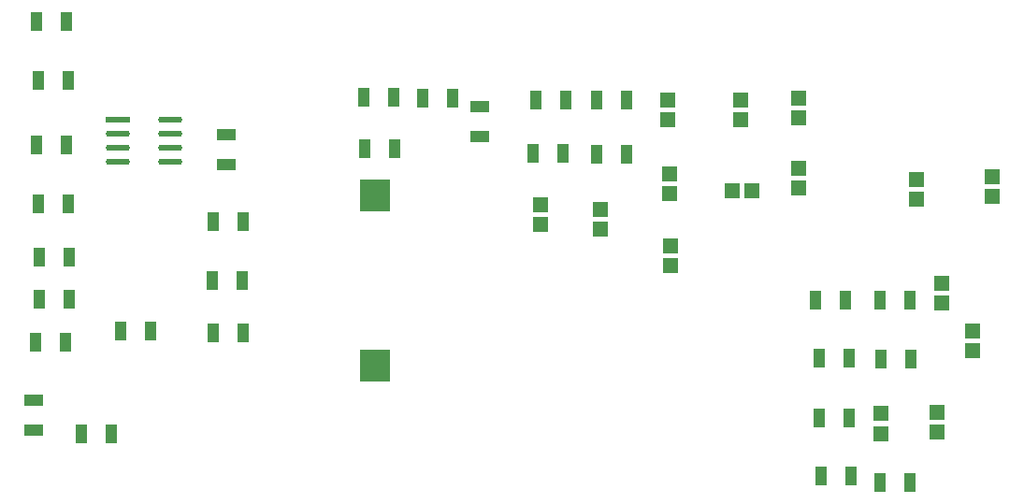
<source format=gtp>
G04*
G04 #@! TF.GenerationSoftware,Altium Limited,Altium Designer,21.1.1 (26)*
G04*
G04 Layer_Color=8421504*
%FSLAX25Y25*%
%MOIN*%
G70*
G04*
G04 #@! TF.SameCoordinates,B1EDFFF0-04F4-4B73-9F12-1C7DDB0DF417*
G04*
G04*
G04 #@! TF.FilePolarity,Positive*
G04*
G01*
G75*
%ADD14R,0.05512X0.05512*%
%ADD15R,0.04331X0.06693*%
%ADD16R,0.05512X0.05512*%
%ADD17R,0.06693X0.04331*%
%ADD18R,0.10984X0.11496*%
G04:AMPARAMS|DCode=19|XSize=85.59mil|YSize=22.97mil|CornerRadius=11.48mil|HoleSize=0mil|Usage=FLASHONLY|Rotation=0.000|XOffset=0mil|YOffset=0mil|HoleType=Round|Shape=RoundedRectangle|*
%AMROUNDEDRECTD19*
21,1,0.08559,0.00000,0,0,0.0*
21,1,0.06263,0.02297,0,0,0.0*
1,1,0.02297,0.03131,0.00000*
1,1,0.02297,-0.03131,0.00000*
1,1,0.02297,-0.03131,0.00000*
1,1,0.02297,0.03131,0.00000*
%
%ADD19ROUNDEDRECTD19*%
%ADD20R,0.08559X0.02297*%
D14*
X488500Y214913D02*
D03*
Y222000D02*
D03*
X461500Y213913D02*
D03*
Y221000D02*
D03*
X481500Y159913D02*
D03*
Y167000D02*
D03*
X470500Y176913D02*
D03*
Y184000D02*
D03*
X469000Y130913D02*
D03*
Y138000D02*
D03*
X449000Y130457D02*
D03*
Y137543D02*
D03*
X419500Y217913D02*
D03*
Y225000D02*
D03*
Y242913D02*
D03*
Y250000D02*
D03*
X399000Y242413D02*
D03*
Y249500D02*
D03*
X374000Y190413D02*
D03*
Y197500D02*
D03*
X349000Y203413D02*
D03*
Y210500D02*
D03*
X327500Y204913D02*
D03*
Y212000D02*
D03*
X373500Y215913D02*
D03*
Y223000D02*
D03*
X373000Y242413D02*
D03*
Y249500D02*
D03*
D15*
X459130Y113000D02*
D03*
X448500D02*
D03*
X459630Y157000D02*
D03*
X449000D02*
D03*
X459130Y178000D02*
D03*
X448500D02*
D03*
X438130Y115500D02*
D03*
X427500D02*
D03*
X437630Y136000D02*
D03*
X427000D02*
D03*
X437630Y157500D02*
D03*
X427000D02*
D03*
X436315Y178000D02*
D03*
X425685D02*
D03*
X358130Y230000D02*
D03*
X347500D02*
D03*
X358130Y249500D02*
D03*
X347500D02*
D03*
X335630Y230500D02*
D03*
X325000D02*
D03*
X336630Y249500D02*
D03*
X326000D02*
D03*
X296130Y250000D02*
D03*
X285500D02*
D03*
X275500Y232000D02*
D03*
X264870D02*
D03*
X275315Y250469D02*
D03*
X264685D02*
D03*
X158630Y277500D02*
D03*
X148000D02*
D03*
X221630Y206000D02*
D03*
X211000D02*
D03*
X221130Y185000D02*
D03*
X210500D02*
D03*
X221630Y166500D02*
D03*
X211000D02*
D03*
X159130Y256500D02*
D03*
X148500D02*
D03*
X158630Y233500D02*
D03*
X148000D02*
D03*
X159130Y212500D02*
D03*
X148500D02*
D03*
X159630Y193500D02*
D03*
X149000D02*
D03*
X188630Y167000D02*
D03*
X178000D02*
D03*
X174630Y130500D02*
D03*
X164000D02*
D03*
X158130Y163000D02*
D03*
X147500D02*
D03*
X159630Y178500D02*
D03*
X149000D02*
D03*
D16*
X396000Y217000D02*
D03*
X403087D02*
D03*
D17*
X306000Y247000D02*
D03*
Y236370D02*
D03*
X215500Y237000D02*
D03*
Y226370D02*
D03*
X147000Y142315D02*
D03*
Y131685D02*
D03*
D18*
X268500Y154744D02*
D03*
Y215256D02*
D03*
D19*
X195630Y242500D02*
D03*
Y237500D02*
D03*
Y232500D02*
D03*
Y227500D02*
D03*
X177000D02*
D03*
Y232500D02*
D03*
Y237500D02*
D03*
D20*
Y242500D02*
D03*
M02*

</source>
